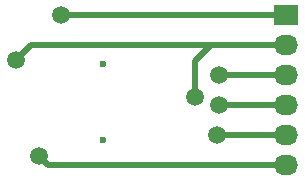
<source format=gbr>
G04 #@! TF.FileFunction,Copper,L2,Bot,Signal*
%FSLAX46Y46*%
G04 Gerber Fmt 4.6, Leading zero omitted, Abs format (unit mm)*
G04 Created by KiCad (PCBNEW 4.0.4-stable) date *
%MOMM*%
%LPD*%
G01*
G04 APERTURE LIST*
%ADD10C,0.100000*%
%ADD11C,0.600000*%
%ADD12R,2.032000X1.727200*%
%ADD13O,2.032000X1.727200*%
%ADD14C,1.500000*%
%ADD15C,0.500000*%
G04 APERTURE END LIST*
D10*
D11*
X155920000Y-103270000D03*
X155920000Y-109670000D03*
D12*
X171450000Y-99060000D03*
D13*
X171450000Y-101600000D03*
X171450000Y-104140000D03*
X171450000Y-106680000D03*
X171450000Y-109220000D03*
X171450000Y-111760000D03*
D14*
X152400000Y-99060000D03*
X163703000Y-106045000D03*
X148590000Y-102870000D03*
X165735000Y-104140000D03*
X165735000Y-106680000D03*
X165608000Y-109220000D03*
X150495000Y-110998000D03*
D15*
X171450000Y-99060000D02*
X152400000Y-99060000D01*
X165100000Y-101600000D02*
X163703000Y-102997000D01*
X163703000Y-102997000D02*
X163703000Y-106045000D01*
X165100000Y-101600000D02*
X149860000Y-101600000D01*
X171450000Y-101600000D02*
X165100000Y-101600000D01*
X149860000Y-101600000D02*
X148590000Y-102870000D01*
X170184000Y-104140000D02*
X165735000Y-104140000D01*
X171450000Y-104140000D02*
X170184000Y-104140000D01*
X171450000Y-106680000D02*
X165735000Y-106680000D01*
X171450000Y-109220000D02*
X166243000Y-109220000D01*
X166243000Y-109220000D02*
X165608000Y-109220000D01*
X151257000Y-111760000D02*
X150495000Y-110998000D01*
X171450000Y-111760000D02*
X151257000Y-111760000D01*
M02*

</source>
